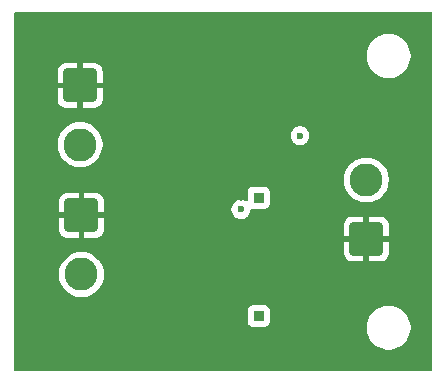
<source format=gbr>
%TF.GenerationSoftware,KiCad,Pcbnew,9.0.6*%
%TF.CreationDate,2026-02-11T21:56:19+01:00*%
%TF.ProjectId,High Side OR ing,48696768-2053-4696-9465-204f5220696e,A*%
%TF.SameCoordinates,Original*%
%TF.FileFunction,Copper,L2,Inr*%
%TF.FilePolarity,Positive*%
%FSLAX46Y46*%
G04 Gerber Fmt 4.6, Leading zero omitted, Abs format (unit mm)*
G04 Created by KiCad (PCBNEW 9.0.6) date 2026-02-11 21:56:19*
%MOMM*%
%LPD*%
G01*
G04 APERTURE LIST*
G04 Aperture macros list*
%AMRoundRect*
0 Rectangle with rounded corners*
0 $1 Rounding radius*
0 $2 $3 $4 $5 $6 $7 $8 $9 X,Y pos of 4 corners*
0 Add a 4 corners polygon primitive as box body*
4,1,4,$2,$3,$4,$5,$6,$7,$8,$9,$2,$3,0*
0 Add four circle primitives for the rounded corners*
1,1,$1+$1,$2,$3*
1,1,$1+$1,$4,$5*
1,1,$1+$1,$6,$7*
1,1,$1+$1,$8,$9*
0 Add four rect primitives between the rounded corners*
20,1,$1+$1,$2,$3,$4,$5,0*
20,1,$1+$1,$4,$5,$6,$7,0*
20,1,$1+$1,$6,$7,$8,$9,0*
20,1,$1+$1,$8,$9,$2,$3,0*%
G04 Aperture macros list end*
%TA.AperFunction,ComponentPad*%
%ADD10R,0.850000X0.850000*%
%TD*%
%TA.AperFunction,ComponentPad*%
%ADD11RoundRect,0.250001X-1.149999X1.149999X-1.149999X-1.149999X1.149999X-1.149999X1.149999X1.149999X0*%
%TD*%
%TA.AperFunction,ComponentPad*%
%ADD12C,2.800000*%
%TD*%
%TA.AperFunction,ComponentPad*%
%ADD13RoundRect,0.250001X1.149999X-1.149999X1.149999X1.149999X-1.149999X1.149999X-1.149999X-1.149999X0*%
%TD*%
%TA.AperFunction,ViaPad*%
%ADD14C,0.800000*%
%TD*%
%TA.AperFunction,ViaPad*%
%ADD15C,0.500000*%
%TD*%
%TA.AperFunction,ViaPad*%
%ADD16C,0.600000*%
%TD*%
G04 APERTURE END LIST*
D10*
%TO.N,Net-(J5-Pin_1)*%
%TO.C,J5*%
X195000000Y-83000000D03*
%TD*%
D11*
%TO.N,GND*%
%TO.C,J1*%
X180000000Y-84500000D03*
D12*
%TO.N,/VIN_1*%
X180000000Y-89500000D03*
%TD*%
D11*
%TO.N,GND*%
%TO.C,J2*%
X179882500Y-73500000D03*
D12*
%TO.N,/VIN_2*%
X179882500Y-78500000D03*
%TD*%
D10*
%TO.N,Net-(J4-Pin_1)*%
%TO.C,J4*%
X195000000Y-93000000D03*
%TD*%
D13*
%TO.N,GND*%
%TO.C,J3*%
X204117500Y-86500000D03*
D12*
%TO.N,/VOUT*%
X204117500Y-81500000D03*
%TD*%
D14*
%TO.N,GND*%
X177500000Y-85000000D03*
X177500000Y-86000000D03*
X176500000Y-73000000D03*
X183500000Y-72000000D03*
X205500000Y-90000000D03*
X206500000Y-88000000D03*
X177500000Y-74000000D03*
X176500000Y-84000000D03*
X177500000Y-84000000D03*
X202500000Y-89000000D03*
X204500000Y-90000000D03*
X206500000Y-85000000D03*
X184000000Y-94000000D03*
X183500000Y-75000000D03*
X183500000Y-84000000D03*
X176500000Y-72000000D03*
D15*
X193500000Y-94000000D03*
D14*
X183500000Y-73000000D03*
X182500000Y-72000000D03*
X206500000Y-86000000D03*
X206500000Y-87000000D03*
X203500000Y-89000000D03*
X176500000Y-85000000D03*
X199000000Y-70000000D03*
X183500000Y-83000000D03*
X199000000Y-74000000D03*
X207500000Y-87000000D03*
X176500000Y-83000000D03*
X177500000Y-75000000D03*
X183500000Y-74000000D03*
X176500000Y-75000000D03*
X202500000Y-90000000D03*
X205500000Y-89000000D03*
D16*
X200500000Y-94500000D03*
D15*
X193500000Y-83000000D03*
D14*
X180000000Y-94000000D03*
X176500000Y-86000000D03*
X207500000Y-88000000D03*
X182500000Y-75000000D03*
X183500000Y-85000000D03*
X177500000Y-72000000D03*
X207500000Y-85000000D03*
X177500000Y-73000000D03*
X177500000Y-83000000D03*
X182500000Y-83000000D03*
X203500000Y-90000000D03*
X176500000Y-74000000D03*
X182500000Y-85000000D03*
X178000000Y-94000000D03*
X182500000Y-73000000D03*
X182500000Y-84000000D03*
X186000000Y-94000000D03*
X182500000Y-74000000D03*
X176000000Y-94000000D03*
X183500000Y-86000000D03*
X207500000Y-86000000D03*
X204500000Y-89000000D03*
X182500000Y-86000000D03*
X199000000Y-72000000D03*
X182000000Y-94000000D03*
D16*
X202250000Y-75000000D03*
%TO.N,Net-(U1-VS)*%
X198500000Y-77750000D03*
X193500000Y-84000000D03*
%TD*%
%TA.AperFunction,Conductor*%
%TO.N,GND*%
G36*
X209642539Y-67320185D02*
G01*
X209688294Y-67372989D01*
X209699500Y-67424500D01*
X209699500Y-97575500D01*
X209679815Y-97642539D01*
X209627011Y-97688294D01*
X209575500Y-97699500D01*
X174424500Y-97699500D01*
X174357461Y-97679815D01*
X174311706Y-97627011D01*
X174300500Y-97575500D01*
X174300500Y-92527135D01*
X194074500Y-92527135D01*
X194074500Y-93472870D01*
X194074501Y-93472876D01*
X194080908Y-93532483D01*
X194131202Y-93667328D01*
X194131206Y-93667335D01*
X194217452Y-93782544D01*
X194217455Y-93782547D01*
X194332664Y-93868793D01*
X194332671Y-93868797D01*
X194467517Y-93919091D01*
X194467516Y-93919091D01*
X194474444Y-93919835D01*
X194527127Y-93925500D01*
X195472872Y-93925499D01*
X195532483Y-93919091D01*
X195642525Y-93878048D01*
X204139500Y-93878048D01*
X204139500Y-94121951D01*
X204166013Y-94323333D01*
X204171334Y-94363744D01*
X204171335Y-94363746D01*
X204234456Y-94599320D01*
X204234459Y-94599330D01*
X204327786Y-94824640D01*
X204327791Y-94824651D01*
X204449727Y-95035848D01*
X204449738Y-95035864D01*
X204598199Y-95229343D01*
X204598205Y-95229350D01*
X204770649Y-95401794D01*
X204770655Y-95401799D01*
X204964144Y-95550268D01*
X204964151Y-95550272D01*
X205175348Y-95672208D01*
X205175353Y-95672210D01*
X205175356Y-95672212D01*
X205400679Y-95765544D01*
X205636256Y-95828666D01*
X205878056Y-95860500D01*
X205878063Y-95860500D01*
X206121937Y-95860500D01*
X206121944Y-95860500D01*
X206363744Y-95828666D01*
X206599321Y-95765544D01*
X206824644Y-95672212D01*
X207035856Y-95550268D01*
X207229345Y-95401799D01*
X207401799Y-95229345D01*
X207550268Y-95035856D01*
X207672212Y-94824644D01*
X207765544Y-94599321D01*
X207828666Y-94363744D01*
X207860500Y-94121944D01*
X207860500Y-93878056D01*
X207828666Y-93636256D01*
X207765544Y-93400679D01*
X207672212Y-93175356D01*
X207672210Y-93175353D01*
X207672208Y-93175348D01*
X207550272Y-92964151D01*
X207550268Y-92964144D01*
X207401799Y-92770655D01*
X207401794Y-92770649D01*
X207229350Y-92598205D01*
X207229343Y-92598199D01*
X207035864Y-92449738D01*
X207035862Y-92449736D01*
X207035856Y-92449732D01*
X207035851Y-92449729D01*
X207035848Y-92449727D01*
X206824651Y-92327791D01*
X206824640Y-92327786D01*
X206599330Y-92234459D01*
X206599323Y-92234457D01*
X206599321Y-92234456D01*
X206363744Y-92171334D01*
X206323333Y-92166013D01*
X206121951Y-92139500D01*
X206121944Y-92139500D01*
X205878056Y-92139500D01*
X205878048Y-92139500D01*
X205647896Y-92169801D01*
X205636256Y-92171334D01*
X205464132Y-92217454D01*
X205400679Y-92234456D01*
X205400669Y-92234459D01*
X205175359Y-92327786D01*
X205175348Y-92327791D01*
X204964151Y-92449727D01*
X204964135Y-92449738D01*
X204770656Y-92598199D01*
X204770649Y-92598205D01*
X204598205Y-92770649D01*
X204598199Y-92770656D01*
X204449738Y-92964135D01*
X204449727Y-92964151D01*
X204327791Y-93175348D01*
X204327786Y-93175359D01*
X204234459Y-93400669D01*
X204234456Y-93400679D01*
X204171335Y-93636253D01*
X204171333Y-93636264D01*
X204139500Y-93878048D01*
X195642525Y-93878048D01*
X195667331Y-93868796D01*
X195782546Y-93782546D01*
X195868796Y-93667331D01*
X195919091Y-93532483D01*
X195925500Y-93472873D01*
X195925499Y-92527128D01*
X195919091Y-92467517D01*
X195868796Y-92332669D01*
X195868795Y-92332668D01*
X195868793Y-92332664D01*
X195782547Y-92217455D01*
X195782544Y-92217452D01*
X195667335Y-92131206D01*
X195667328Y-92131202D01*
X195532482Y-92080908D01*
X195532483Y-92080908D01*
X195472883Y-92074501D01*
X195472881Y-92074500D01*
X195472873Y-92074500D01*
X195472864Y-92074500D01*
X194527129Y-92074500D01*
X194527123Y-92074501D01*
X194467516Y-92080908D01*
X194332671Y-92131202D01*
X194332664Y-92131206D01*
X194217455Y-92217452D01*
X194217452Y-92217455D01*
X194131206Y-92332664D01*
X194131202Y-92332671D01*
X194080908Y-92467517D01*
X194074501Y-92527116D01*
X194074501Y-92527123D01*
X194074500Y-92527135D01*
X174300500Y-92527135D01*
X174300500Y-89375441D01*
X178099500Y-89375441D01*
X178099500Y-89624558D01*
X178099501Y-89624575D01*
X178132017Y-89871561D01*
X178196498Y-90112207D01*
X178291830Y-90342361D01*
X178291837Y-90342376D01*
X178416400Y-90558126D01*
X178568060Y-90755774D01*
X178568066Y-90755781D01*
X178744218Y-90931933D01*
X178744225Y-90931939D01*
X178941873Y-91083599D01*
X179157623Y-91208162D01*
X179157638Y-91208169D01*
X179256825Y-91249253D01*
X179387793Y-91303502D01*
X179628435Y-91367982D01*
X179875435Y-91400500D01*
X179875442Y-91400500D01*
X180124558Y-91400500D01*
X180124565Y-91400500D01*
X180371565Y-91367982D01*
X180612207Y-91303502D01*
X180842373Y-91208164D01*
X181058127Y-91083599D01*
X181255776Y-90931938D01*
X181431938Y-90755776D01*
X181583599Y-90558127D01*
X181708164Y-90342373D01*
X181803502Y-90112207D01*
X181867982Y-89871565D01*
X181900500Y-89624565D01*
X181900500Y-89375435D01*
X181867982Y-89128435D01*
X181803502Y-88887793D01*
X181708164Y-88657627D01*
X181583599Y-88441873D01*
X181551468Y-88399999D01*
X181431939Y-88244225D01*
X181431933Y-88244218D01*
X181255781Y-88068066D01*
X181255774Y-88068060D01*
X181058126Y-87916400D01*
X180842376Y-87791837D01*
X180842361Y-87791830D01*
X180612207Y-87696498D01*
X180371561Y-87632017D01*
X180124575Y-87599501D01*
X180124570Y-87599500D01*
X180124565Y-87599500D01*
X179875435Y-87599500D01*
X179875429Y-87599500D01*
X179875424Y-87599501D01*
X179628438Y-87632017D01*
X179387792Y-87696498D01*
X179157638Y-87791830D01*
X179157623Y-87791837D01*
X178941873Y-87916400D01*
X178744225Y-88068060D01*
X178744218Y-88068066D01*
X178568066Y-88244218D01*
X178568060Y-88244225D01*
X178416400Y-88441873D01*
X178291837Y-88657623D01*
X178291830Y-88657638D01*
X178196498Y-88887792D01*
X178132017Y-89128438D01*
X178099501Y-89375424D01*
X178099500Y-89375441D01*
X174300500Y-89375441D01*
X174300500Y-83300014D01*
X178100000Y-83300014D01*
X178100000Y-84250000D01*
X179345879Y-84250000D01*
X179326901Y-84295818D01*
X179300000Y-84431056D01*
X179300000Y-84568944D01*
X179326901Y-84704182D01*
X179345879Y-84750000D01*
X178100000Y-84750000D01*
X178100000Y-85699985D01*
X178110493Y-85802689D01*
X178110494Y-85802696D01*
X178165641Y-85969118D01*
X178165643Y-85969123D01*
X178257684Y-86118344D01*
X178381655Y-86242315D01*
X178530876Y-86334356D01*
X178530881Y-86334358D01*
X178697303Y-86389505D01*
X178697310Y-86389506D01*
X178800014Y-86399999D01*
X178800027Y-86400000D01*
X179750000Y-86400000D01*
X179750000Y-85154120D01*
X179795818Y-85173099D01*
X179931056Y-85200000D01*
X180068944Y-85200000D01*
X180204182Y-85173099D01*
X180250000Y-85154120D01*
X180250000Y-86400000D01*
X181199973Y-86400000D01*
X181199985Y-86399999D01*
X181302689Y-86389506D01*
X181302696Y-86389505D01*
X181469118Y-86334358D01*
X181469123Y-86334356D01*
X181618344Y-86242315D01*
X181742315Y-86118344D01*
X181834356Y-85969123D01*
X181834358Y-85969118D01*
X181889505Y-85802696D01*
X181889506Y-85802689D01*
X181899999Y-85699985D01*
X181900000Y-85699972D01*
X181900000Y-85300014D01*
X202217500Y-85300014D01*
X202217500Y-86250000D01*
X203463379Y-86250000D01*
X203444401Y-86295818D01*
X203417500Y-86431056D01*
X203417500Y-86568944D01*
X203444401Y-86704182D01*
X203463379Y-86750000D01*
X202217500Y-86750000D01*
X202217500Y-87699985D01*
X202227993Y-87802689D01*
X202227994Y-87802696D01*
X202283141Y-87969118D01*
X202283143Y-87969123D01*
X202375184Y-88118344D01*
X202499155Y-88242315D01*
X202648376Y-88334356D01*
X202648381Y-88334358D01*
X202814803Y-88389505D01*
X202814810Y-88389506D01*
X202917514Y-88399999D01*
X202917527Y-88400000D01*
X203867500Y-88400000D01*
X203867500Y-87154120D01*
X203913318Y-87173099D01*
X204048556Y-87200000D01*
X204186444Y-87200000D01*
X204321682Y-87173099D01*
X204367500Y-87154120D01*
X204367500Y-88400000D01*
X205317473Y-88400000D01*
X205317485Y-88399999D01*
X205420189Y-88389506D01*
X205420196Y-88389505D01*
X205586618Y-88334358D01*
X205586623Y-88334356D01*
X205735844Y-88242315D01*
X205859815Y-88118344D01*
X205951856Y-87969123D01*
X205951858Y-87969118D01*
X206007005Y-87802696D01*
X206007006Y-87802689D01*
X206017499Y-87699985D01*
X206017500Y-87699972D01*
X206017500Y-86750000D01*
X204771621Y-86750000D01*
X204790599Y-86704182D01*
X204817500Y-86568944D01*
X204817500Y-86431056D01*
X204790599Y-86295818D01*
X204771621Y-86250000D01*
X206017500Y-86250000D01*
X206017500Y-85300027D01*
X206017499Y-85300014D01*
X206007006Y-85197310D01*
X206007005Y-85197303D01*
X205951858Y-85030881D01*
X205951856Y-85030876D01*
X205859815Y-84881655D01*
X205735844Y-84757684D01*
X205586623Y-84665643D01*
X205586618Y-84665641D01*
X205420196Y-84610494D01*
X205420189Y-84610493D01*
X205317485Y-84600000D01*
X204367500Y-84600000D01*
X204367500Y-85845879D01*
X204321682Y-85826901D01*
X204186444Y-85800000D01*
X204048556Y-85800000D01*
X203913318Y-85826901D01*
X203867500Y-85845879D01*
X203867500Y-84600000D01*
X202917514Y-84600000D01*
X202814810Y-84610493D01*
X202814803Y-84610494D01*
X202648381Y-84665641D01*
X202648376Y-84665643D01*
X202499155Y-84757684D01*
X202375184Y-84881655D01*
X202283143Y-85030876D01*
X202283141Y-85030881D01*
X202227994Y-85197303D01*
X202227993Y-85197310D01*
X202217500Y-85300014D01*
X181900000Y-85300014D01*
X181900000Y-84750000D01*
X180654121Y-84750000D01*
X180673099Y-84704182D01*
X180700000Y-84568944D01*
X180700000Y-84431056D01*
X180673099Y-84295818D01*
X180654121Y-84250000D01*
X181900000Y-84250000D01*
X181900000Y-83921153D01*
X192699500Y-83921153D01*
X192699500Y-84078846D01*
X192730261Y-84233489D01*
X192730264Y-84233501D01*
X192790602Y-84379172D01*
X192790609Y-84379185D01*
X192878210Y-84510288D01*
X192878213Y-84510292D01*
X192989707Y-84621786D01*
X192989711Y-84621789D01*
X193120814Y-84709390D01*
X193120827Y-84709397D01*
X193218853Y-84750000D01*
X193266503Y-84769737D01*
X193421153Y-84800499D01*
X193421156Y-84800500D01*
X193421158Y-84800500D01*
X193578844Y-84800500D01*
X193578845Y-84800499D01*
X193733497Y-84769737D01*
X193879179Y-84709394D01*
X194010289Y-84621789D01*
X194121789Y-84510289D01*
X194209394Y-84379179D01*
X194269737Y-84233497D01*
X194300500Y-84078842D01*
X194300500Y-84035391D01*
X194320185Y-83968352D01*
X194372989Y-83922597D01*
X194442147Y-83912653D01*
X194465577Y-83918633D01*
X194467516Y-83919091D01*
X194474444Y-83919835D01*
X194527127Y-83925500D01*
X195472872Y-83925499D01*
X195532483Y-83919091D01*
X195667331Y-83868796D01*
X195782546Y-83782546D01*
X195868796Y-83667331D01*
X195919091Y-83532483D01*
X195925500Y-83472873D01*
X195925499Y-82527128D01*
X195919091Y-82467517D01*
X195872416Y-82342376D01*
X195868797Y-82332671D01*
X195868793Y-82332664D01*
X195782547Y-82217455D01*
X195782544Y-82217452D01*
X195667335Y-82131206D01*
X195667328Y-82131202D01*
X195532482Y-82080908D01*
X195532483Y-82080908D01*
X195472883Y-82074501D01*
X195472881Y-82074500D01*
X195472873Y-82074500D01*
X195472864Y-82074500D01*
X194527129Y-82074500D01*
X194527123Y-82074501D01*
X194467516Y-82080908D01*
X194332671Y-82131202D01*
X194332664Y-82131206D01*
X194217455Y-82217452D01*
X194217452Y-82217455D01*
X194131206Y-82332664D01*
X194131202Y-82332671D01*
X194080908Y-82467517D01*
X194074501Y-82527116D01*
X194074501Y-82527123D01*
X194074500Y-82527135D01*
X194074500Y-83189127D01*
X194054815Y-83256166D01*
X194002011Y-83301921D01*
X193932853Y-83311865D01*
X193884607Y-83293378D01*
X193884554Y-83293479D01*
X193883750Y-83293049D01*
X193881609Y-83292229D01*
X193879185Y-83290609D01*
X193879172Y-83290602D01*
X193733501Y-83230264D01*
X193733489Y-83230261D01*
X193578845Y-83199500D01*
X193578842Y-83199500D01*
X193421158Y-83199500D01*
X193421155Y-83199500D01*
X193266510Y-83230261D01*
X193266498Y-83230264D01*
X193120827Y-83290602D01*
X193120814Y-83290609D01*
X192989711Y-83378210D01*
X192989707Y-83378213D01*
X192878213Y-83489707D01*
X192878210Y-83489711D01*
X192790609Y-83620814D01*
X192790602Y-83620827D01*
X192730264Y-83766498D01*
X192730261Y-83766510D01*
X192699500Y-83921153D01*
X181900000Y-83921153D01*
X181900000Y-83300027D01*
X181899999Y-83300014D01*
X181889506Y-83197310D01*
X181889505Y-83197303D01*
X181834358Y-83030881D01*
X181834356Y-83030876D01*
X181742315Y-82881655D01*
X181618344Y-82757684D01*
X181469123Y-82665643D01*
X181469118Y-82665641D01*
X181302696Y-82610494D01*
X181302689Y-82610493D01*
X181199985Y-82600000D01*
X180250000Y-82600000D01*
X180250000Y-83845879D01*
X180204182Y-83826901D01*
X180068944Y-83800000D01*
X179931056Y-83800000D01*
X179795818Y-83826901D01*
X179750000Y-83845879D01*
X179750000Y-82600000D01*
X178800014Y-82600000D01*
X178697310Y-82610493D01*
X178697303Y-82610494D01*
X178530881Y-82665641D01*
X178530876Y-82665643D01*
X178381655Y-82757684D01*
X178257684Y-82881655D01*
X178165643Y-83030876D01*
X178165641Y-83030881D01*
X178110494Y-83197303D01*
X178110493Y-83197310D01*
X178100000Y-83300014D01*
X174300500Y-83300014D01*
X174300500Y-81375441D01*
X202217000Y-81375441D01*
X202217000Y-81624558D01*
X202217001Y-81624575D01*
X202249517Y-81871561D01*
X202313998Y-82112207D01*
X202409330Y-82342361D01*
X202409337Y-82342376D01*
X202533900Y-82558126D01*
X202685560Y-82755774D01*
X202685566Y-82755781D01*
X202861718Y-82931933D01*
X202861725Y-82931939D01*
X203059373Y-83083599D01*
X203275123Y-83208162D01*
X203275138Y-83208169D01*
X203328481Y-83230264D01*
X203505293Y-83303502D01*
X203745935Y-83367982D01*
X203992935Y-83400500D01*
X203992942Y-83400500D01*
X204242058Y-83400500D01*
X204242065Y-83400500D01*
X204489065Y-83367982D01*
X204729707Y-83303502D01*
X204959873Y-83208164D01*
X205175627Y-83083599D01*
X205373276Y-82931938D01*
X205549438Y-82755776D01*
X205701099Y-82558127D01*
X205825664Y-82342373D01*
X205921002Y-82112207D01*
X205985482Y-81871565D01*
X206018000Y-81624565D01*
X206018000Y-81375435D01*
X205985482Y-81128435D01*
X205921002Y-80887793D01*
X205825664Y-80657627D01*
X205701099Y-80441873D01*
X205549439Y-80244225D01*
X205549433Y-80244218D01*
X205373281Y-80068066D01*
X205373274Y-80068060D01*
X205175626Y-79916400D01*
X204959876Y-79791837D01*
X204959861Y-79791830D01*
X204729707Y-79696498D01*
X204489061Y-79632017D01*
X204242075Y-79599501D01*
X204242070Y-79599500D01*
X204242065Y-79599500D01*
X203992935Y-79599500D01*
X203992929Y-79599500D01*
X203992924Y-79599501D01*
X203745938Y-79632017D01*
X203505292Y-79696498D01*
X203275138Y-79791830D01*
X203275123Y-79791837D01*
X203059373Y-79916400D01*
X202861725Y-80068060D01*
X202861718Y-80068066D01*
X202685566Y-80244218D01*
X202685560Y-80244225D01*
X202533900Y-80441873D01*
X202409337Y-80657623D01*
X202409330Y-80657638D01*
X202313998Y-80887792D01*
X202249517Y-81128438D01*
X202217001Y-81375424D01*
X202217000Y-81375441D01*
X174300500Y-81375441D01*
X174300500Y-78375441D01*
X177982000Y-78375441D01*
X177982000Y-78624558D01*
X177982001Y-78624575D01*
X178014517Y-78871561D01*
X178078998Y-79112207D01*
X178174330Y-79342361D01*
X178174337Y-79342376D01*
X178298900Y-79558126D01*
X178450560Y-79755774D01*
X178450566Y-79755781D01*
X178626718Y-79931933D01*
X178626725Y-79931939D01*
X178824373Y-80083599D01*
X179040123Y-80208162D01*
X179040138Y-80208169D01*
X179127169Y-80244218D01*
X179270293Y-80303502D01*
X179510935Y-80367982D01*
X179757935Y-80400500D01*
X179757942Y-80400500D01*
X180007058Y-80400500D01*
X180007065Y-80400500D01*
X180254065Y-80367982D01*
X180494707Y-80303502D01*
X180724873Y-80208164D01*
X180940627Y-80083599D01*
X181138276Y-79931938D01*
X181314438Y-79755776D01*
X181466099Y-79558127D01*
X181590664Y-79342373D01*
X181686002Y-79112207D01*
X181750482Y-78871565D01*
X181783000Y-78624565D01*
X181783000Y-78375435D01*
X181750482Y-78128435D01*
X181686002Y-77887793D01*
X181596269Y-77671158D01*
X181596267Y-77671153D01*
X197699500Y-77671153D01*
X197699500Y-77828846D01*
X197730261Y-77983489D01*
X197730264Y-77983501D01*
X197790602Y-78129172D01*
X197790609Y-78129185D01*
X197878210Y-78260288D01*
X197878213Y-78260292D01*
X197989707Y-78371786D01*
X197989711Y-78371789D01*
X198120814Y-78459390D01*
X198120827Y-78459397D01*
X198266498Y-78519735D01*
X198266503Y-78519737D01*
X198421153Y-78550499D01*
X198421156Y-78550500D01*
X198421158Y-78550500D01*
X198578844Y-78550500D01*
X198578845Y-78550499D01*
X198733497Y-78519737D01*
X198879179Y-78459394D01*
X199010289Y-78371789D01*
X199121789Y-78260289D01*
X199209394Y-78129179D01*
X199269737Y-77983497D01*
X199300500Y-77828842D01*
X199300500Y-77671158D01*
X199300500Y-77671155D01*
X199300499Y-77671153D01*
X199269738Y-77516510D01*
X199269737Y-77516503D01*
X199269735Y-77516498D01*
X199209397Y-77370827D01*
X199209390Y-77370814D01*
X199121789Y-77239711D01*
X199121786Y-77239707D01*
X199010292Y-77128213D01*
X199010288Y-77128210D01*
X198879185Y-77040609D01*
X198879172Y-77040602D01*
X198733501Y-76980264D01*
X198733489Y-76980261D01*
X198578845Y-76949500D01*
X198578842Y-76949500D01*
X198421158Y-76949500D01*
X198421155Y-76949500D01*
X198266510Y-76980261D01*
X198266498Y-76980264D01*
X198120827Y-77040602D01*
X198120814Y-77040609D01*
X197989711Y-77128210D01*
X197989707Y-77128213D01*
X197878213Y-77239707D01*
X197878210Y-77239711D01*
X197790609Y-77370814D01*
X197790602Y-77370827D01*
X197730264Y-77516498D01*
X197730261Y-77516510D01*
X197699500Y-77671153D01*
X181596267Y-77671153D01*
X181590669Y-77657638D01*
X181590662Y-77657623D01*
X181466099Y-77441873D01*
X181314439Y-77244225D01*
X181314433Y-77244218D01*
X181138281Y-77068066D01*
X181138274Y-77068060D01*
X180940626Y-76916400D01*
X180724876Y-76791837D01*
X180724861Y-76791830D01*
X180494707Y-76696498D01*
X180254061Y-76632017D01*
X180007075Y-76599501D01*
X180007070Y-76599500D01*
X180007065Y-76599500D01*
X179757935Y-76599500D01*
X179757929Y-76599500D01*
X179757924Y-76599501D01*
X179510938Y-76632017D01*
X179270292Y-76696498D01*
X179040138Y-76791830D01*
X179040123Y-76791837D01*
X178824373Y-76916400D01*
X178626725Y-77068060D01*
X178626718Y-77068066D01*
X178450566Y-77244218D01*
X178450560Y-77244225D01*
X178298900Y-77441873D01*
X178174337Y-77657623D01*
X178174330Y-77657638D01*
X178078998Y-77887792D01*
X178014517Y-78128438D01*
X177982001Y-78375424D01*
X177982000Y-78375441D01*
X174300500Y-78375441D01*
X174300500Y-72300014D01*
X177982500Y-72300014D01*
X177982500Y-73250000D01*
X179228379Y-73250000D01*
X179209401Y-73295818D01*
X179182500Y-73431056D01*
X179182500Y-73568944D01*
X179209401Y-73704182D01*
X179228379Y-73750000D01*
X177982500Y-73750000D01*
X177982500Y-74699985D01*
X177992993Y-74802689D01*
X177992994Y-74802696D01*
X178048141Y-74969118D01*
X178048143Y-74969123D01*
X178140184Y-75118344D01*
X178264155Y-75242315D01*
X178413376Y-75334356D01*
X178413381Y-75334358D01*
X178579803Y-75389505D01*
X178579810Y-75389506D01*
X178682514Y-75399999D01*
X178682527Y-75400000D01*
X179632500Y-75400000D01*
X179632500Y-74154120D01*
X179678318Y-74173099D01*
X179813556Y-74200000D01*
X179951444Y-74200000D01*
X180086682Y-74173099D01*
X180132500Y-74154120D01*
X180132500Y-75400000D01*
X181082473Y-75400000D01*
X181082485Y-75399999D01*
X181185189Y-75389506D01*
X181185196Y-75389505D01*
X181351618Y-75334358D01*
X181351623Y-75334356D01*
X181500844Y-75242315D01*
X181624815Y-75118344D01*
X181716856Y-74969123D01*
X181716858Y-74969118D01*
X181772005Y-74802696D01*
X181772006Y-74802689D01*
X181782499Y-74699985D01*
X181782500Y-74699972D01*
X181782500Y-73750000D01*
X180536621Y-73750000D01*
X180555599Y-73704182D01*
X180582500Y-73568944D01*
X180582500Y-73431056D01*
X180555599Y-73295818D01*
X180536621Y-73250000D01*
X181782500Y-73250000D01*
X181782500Y-72300027D01*
X181782499Y-72300014D01*
X181772006Y-72197310D01*
X181772005Y-72197303D01*
X181716858Y-72030881D01*
X181716856Y-72030876D01*
X181624815Y-71881655D01*
X181500844Y-71757684D01*
X181351623Y-71665643D01*
X181351618Y-71665641D01*
X181185196Y-71610494D01*
X181185189Y-71610493D01*
X181082485Y-71600000D01*
X180132500Y-71600000D01*
X180132500Y-72845879D01*
X180086682Y-72826901D01*
X179951444Y-72800000D01*
X179813556Y-72800000D01*
X179678318Y-72826901D01*
X179632500Y-72845879D01*
X179632500Y-71600000D01*
X178682514Y-71600000D01*
X178579810Y-71610493D01*
X178579803Y-71610494D01*
X178413381Y-71665641D01*
X178413376Y-71665643D01*
X178264155Y-71757684D01*
X178140184Y-71881655D01*
X178048143Y-72030876D01*
X178048141Y-72030881D01*
X177992994Y-72197303D01*
X177992993Y-72197310D01*
X177982500Y-72300014D01*
X174300500Y-72300014D01*
X174300500Y-70878048D01*
X204139500Y-70878048D01*
X204139500Y-71121951D01*
X204166013Y-71323333D01*
X204171334Y-71363744D01*
X204171335Y-71363746D01*
X204234456Y-71599320D01*
X204234459Y-71599330D01*
X204327786Y-71824640D01*
X204327791Y-71824651D01*
X204449727Y-72035848D01*
X204449738Y-72035864D01*
X204598199Y-72229343D01*
X204598205Y-72229350D01*
X204770649Y-72401794D01*
X204770655Y-72401799D01*
X204964144Y-72550268D01*
X204964151Y-72550272D01*
X205175348Y-72672208D01*
X205175353Y-72672210D01*
X205175356Y-72672212D01*
X205400679Y-72765544D01*
X205636256Y-72828666D01*
X205878056Y-72860500D01*
X205878063Y-72860500D01*
X206121937Y-72860500D01*
X206121944Y-72860500D01*
X206363744Y-72828666D01*
X206599321Y-72765544D01*
X206824644Y-72672212D01*
X207035856Y-72550268D01*
X207229345Y-72401799D01*
X207401799Y-72229345D01*
X207550268Y-72035856D01*
X207672212Y-71824644D01*
X207765544Y-71599321D01*
X207828666Y-71363744D01*
X207860500Y-71121944D01*
X207860500Y-70878056D01*
X207828666Y-70636256D01*
X207765544Y-70400679D01*
X207672212Y-70175356D01*
X207672210Y-70175353D01*
X207672208Y-70175348D01*
X207550272Y-69964151D01*
X207550268Y-69964144D01*
X207401799Y-69770655D01*
X207401794Y-69770649D01*
X207229350Y-69598205D01*
X207229343Y-69598199D01*
X207035864Y-69449738D01*
X207035862Y-69449736D01*
X207035856Y-69449732D01*
X207035851Y-69449729D01*
X207035848Y-69449727D01*
X206824651Y-69327791D01*
X206824640Y-69327786D01*
X206599330Y-69234459D01*
X206599323Y-69234457D01*
X206599321Y-69234456D01*
X206363744Y-69171334D01*
X206323333Y-69166013D01*
X206121951Y-69139500D01*
X206121944Y-69139500D01*
X205878056Y-69139500D01*
X205878048Y-69139500D01*
X205647896Y-69169801D01*
X205636256Y-69171334D01*
X205400679Y-69234456D01*
X205400669Y-69234459D01*
X205175359Y-69327786D01*
X205175348Y-69327791D01*
X204964151Y-69449727D01*
X204964135Y-69449738D01*
X204770656Y-69598199D01*
X204770649Y-69598205D01*
X204598205Y-69770649D01*
X204598199Y-69770656D01*
X204449738Y-69964135D01*
X204449727Y-69964151D01*
X204327791Y-70175348D01*
X204327786Y-70175359D01*
X204234459Y-70400669D01*
X204234456Y-70400679D01*
X204171335Y-70636253D01*
X204171333Y-70636264D01*
X204139500Y-70878048D01*
X174300500Y-70878048D01*
X174300500Y-67424500D01*
X174320185Y-67357461D01*
X174372989Y-67311706D01*
X174424500Y-67300500D01*
X209575500Y-67300500D01*
X209642539Y-67320185D01*
G37*
%TD.AperFunction*%
%TD*%
M02*

</source>
